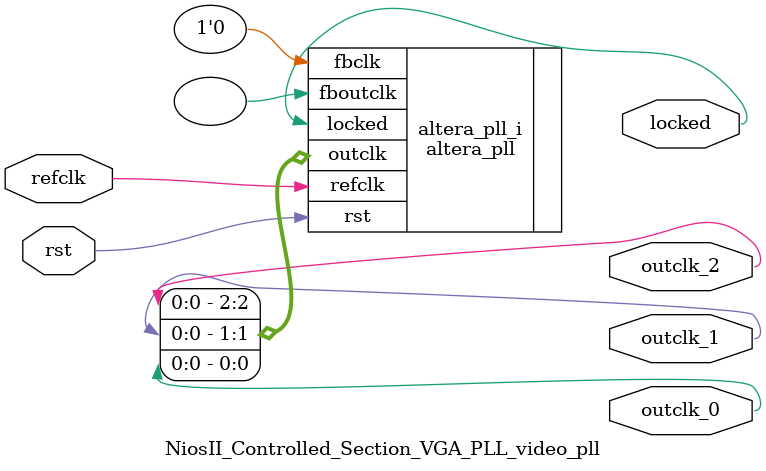
<source format=v>
`timescale 1ns/10ps
module  NiosII_Controlled_Section_VGA_PLL_video_pll(

	// interface 'refclk'
	input wire refclk,

	// interface 'reset'
	input wire rst,

	// interface 'outclk0'
	output wire outclk_0,

	// interface 'outclk1'
	output wire outclk_1,

	// interface 'outclk2'
	output wire outclk_2,

	// interface 'locked'
	output wire locked
);

	altera_pll #(
		.fractional_vco_multiplier("false"),
		.reference_clock_frequency("50.0 MHz"),
		.operation_mode("direct"),
		.number_of_clocks(3),
		.output_clock_frequency0("25.000000 MHz"),
		.phase_shift0("0 ps"),
		.duty_cycle0(50),
		.output_clock_frequency1("25.000000 MHz"),
		.phase_shift1("0 ps"),
		.duty_cycle1(50),
		.output_clock_frequency2("33.000000 MHz"),
		.phase_shift2("0 ps"),
		.duty_cycle2(50),
		.output_clock_frequency3("0 MHz"),
		.phase_shift3("0 ps"),
		.duty_cycle3(50),
		.output_clock_frequency4("0 MHz"),
		.phase_shift4("0 ps"),
		.duty_cycle4(50),
		.output_clock_frequency5("0 MHz"),
		.phase_shift5("0 ps"),
		.duty_cycle5(50),
		.output_clock_frequency6("0 MHz"),
		.phase_shift6("0 ps"),
		.duty_cycle6(50),
		.output_clock_frequency7("0 MHz"),
		.phase_shift7("0 ps"),
		.duty_cycle7(50),
		.output_clock_frequency8("0 MHz"),
		.phase_shift8("0 ps"),
		.duty_cycle8(50),
		.output_clock_frequency9("0 MHz"),
		.phase_shift9("0 ps"),
		.duty_cycle9(50),
		.output_clock_frequency10("0 MHz"),
		.phase_shift10("0 ps"),
		.duty_cycle10(50),
		.output_clock_frequency11("0 MHz"),
		.phase_shift11("0 ps"),
		.duty_cycle11(50),
		.output_clock_frequency12("0 MHz"),
		.phase_shift12("0 ps"),
		.duty_cycle12(50),
		.output_clock_frequency13("0 MHz"),
		.phase_shift13("0 ps"),
		.duty_cycle13(50),
		.output_clock_frequency14("0 MHz"),
		.phase_shift14("0 ps"),
		.duty_cycle14(50),
		.output_clock_frequency15("0 MHz"),
		.phase_shift15("0 ps"),
		.duty_cycle15(50),
		.output_clock_frequency16("0 MHz"),
		.phase_shift16("0 ps"),
		.duty_cycle16(50),
		.output_clock_frequency17("0 MHz"),
		.phase_shift17("0 ps"),
		.duty_cycle17(50),
		.pll_type("General"),
		.pll_subtype("General")
	) altera_pll_i (
		.rst	(rst),
		.outclk	({outclk_2, outclk_1, outclk_0}),
		.locked	(locked),
		.fboutclk	( ),
		.fbclk	(1'b0),
		.refclk	(refclk)
	);
endmodule


</source>
